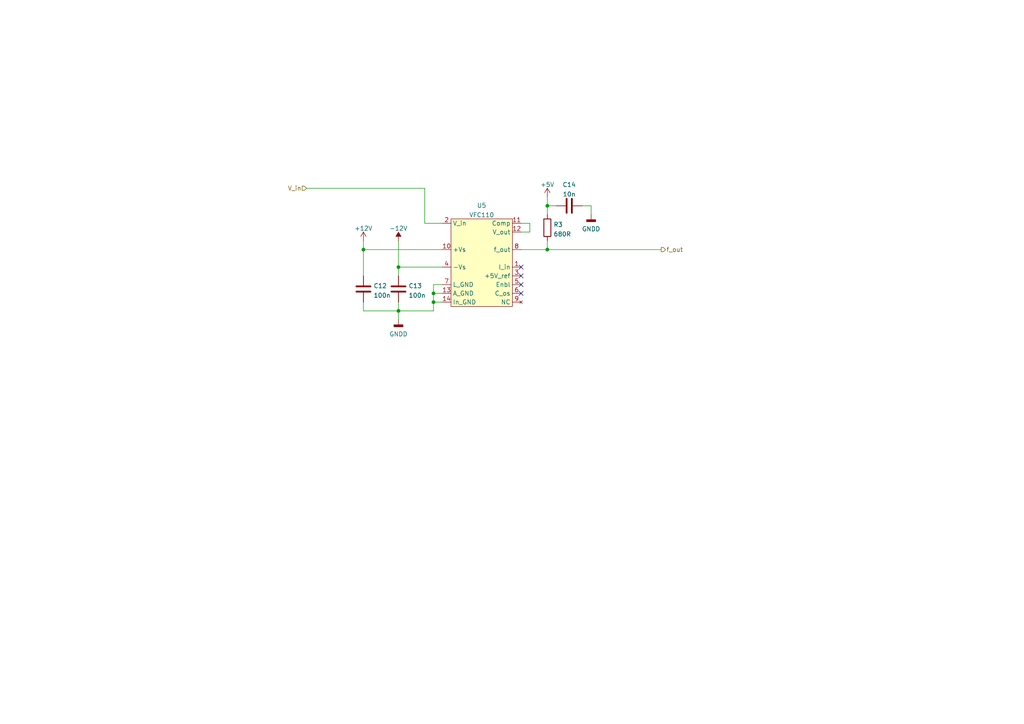
<source format=kicad_sch>
(kicad_sch (version 20211123) (generator eeschema)
  (paper "A4")
  (lib_symbols
    (symbol "Custom:VFC110"
      (property "Reference" "U" (at 0 13.97 0))
      (property "Value" "VFC110" (at 0 16.51 0))
      (symbol "VFC110_0_1"
        (rectangle (start -8.89 12.7) (end 8.89 -12.7) (stroke (width 0.1524)) (fill (type background)))
      )
      (symbol "VFC110_1_1"
        (pin input line (at 11.43 -1.27 180) (length 2.54) (name "I_in") (number "1"))
        (pin input line (at -11.43 3.81 0) (length 2.54) (name "+Vs") (number "10"))
        (pin input line (at 11.43 11.43 180) (length 2.54) (name "Comp") (number "11"))
        (pin output line (at 11.43 8.89 180) (length 2.54) (name "V_out") (number "12"))
        (pin input line (at -11.43 -8.89 0) (length 2.54) (name "A_GND") (number "13"))
        (pin input line (at -11.43 -11.43 0) (length 2.54) (name "In_GND") (number "14"))
        (pin input line (at -11.43 11.43 0) (length 2.54) (name "V_in") (number "2"))
        (pin output line (at 11.43 -3.81 180) (length 2.54) (name "+5V_ref") (number "3"))
        (pin input line (at -11.43 -1.27 0) (length 2.54) (name "-Vs") (number "4"))
        (pin input line (at 11.43 -6.35 180) (length 2.54) (name "Enbl") (number "5"))
        (pin input line (at 11.43 -8.89 180) (length 2.54) (name "C_os") (number "6"))
        (pin input line (at -11.43 -6.35 0) (length 2.54) (name "L_GND") (number "7"))
        (pin output line (at 11.43 3.81 180) (length 2.54) (name "f_out") (number "8"))
        (pin no_connect line (at 11.43 -11.43 180) (length 2.54) (name "NC") (number "9"))
      )
    )
    (symbol "Device:C" (pin_numbers hide) (pin_names (offset 0.254))
      (property "Reference" "C" (at 0.635 2.54 0))
      (property "Value" "C" (at 0.635 -2.54 0))
      (symbol "C_0_1"
        (polyline (pts (xy -2.032 -0.762) (xy 2.032 -0.762)) (stroke (width 0.508)))
        (polyline (pts (xy -2.032 0.762) (xy 2.032 0.762)) (stroke (width 0.508)))
      )
      (symbol "C_1_1"
        (pin passive line (at 0 3.81 270) (length 2.794) (name "~") (number "1"))
        (pin passive line (at 0 -3.81 90) (length 2.794) (name "~") (number "2"))
      )
    )
    (symbol "Device:R" (pin_numbers hide) (pin_names (offset 0))
      (property "Reference" "R" (at 2.032 0 90))
      (property "Value" "R" (at 0 0 90))
      (symbol "R_0_1"
        (rectangle (start -1.016 -2.54) (end 1.016 2.54) (stroke (width 0.254)))
      )
      (symbol "R_1_1"
        (pin passive line (at 0 3.81 270) (length 1.27) (name "~") (number "1"))
        (pin passive line (at 0 -3.81 90) (length 1.27) (name "~") (number "2"))
      )
    )
    (symbol "power:+12V" (power) (pin_names (offset 0))
      (property "Value" "+12V" (at 0 3.556 0))
      (symbol "+12V_0_1"
        (polyline (pts (xy -0.762 1.27) (xy 0 2.54)))
        (polyline (pts (xy 0 0) (xy 0 2.54)))
        (polyline (pts (xy 0 2.54) (xy 0.762 1.27)))
      )
      (symbol "+12V_1_1"
        (pin power_in line (at 0 0 90) (length 0) hide (name "+12V") (number "1"))
      )
    )
    (symbol "power:+5V" (power) (pin_names (offset 0))
      (property "Value" "+5V" (at 0 3.556 0))
      (symbol "+5V_0_1"
        (polyline (pts (xy -0.762 1.27) (xy 0 2.54)))
        (polyline (pts (xy 0 0) (xy 0 2.54)))
        (polyline (pts (xy 0 2.54) (xy 0.762 1.27)))
      )
      (symbol "+5V_1_1"
        (pin power_in line (at 0 0 90) (length 0) hide (name "+5V") (number "1"))
      )
    )
    (symbol "power:-12V" (power) (pin_names (offset 0))
      (property "Value" "-12V" (at 0 3.81 0))
      (symbol "-12V_0_0"
        (pin power_in line (at 0 0 90) (length 0) hide (name "-12V") (number "1"))
      )
      (symbol "-12V_0_1"
        (polyline (pts (xy 0 0) (xy 0 1.27) (xy 0.762 1.27) (xy 0 2.54) (xy -0.762 1.27) (xy 0 1.27)) (fill (type outline)))
      )
    )
    (symbol "power:GNDD" (power) (pin_names (offset 0))
      (property "Value" "GNDD" (at 0 -3.175 0))
      (symbol "GNDD_0_1"
        (rectangle (start -1.27 -1.524) (end 1.27 -2.032) (stroke (width 0.254)) (fill (type outline)))
        (polyline (pts (xy 0 0) (xy 0 -1.524)))
      )
      (symbol "GNDD_1_1"
        (pin power_in line (at 0 0 270) (length 0) hide (name "GNDD") (number "1"))
      )
    )
  )
  (junction (at 115.57 90.17))
  (junction (at 125.73 87.63))
  (junction (at 158.75 72.39))
  (junction (at 158.75 59.69))
  (junction (at 105.41 72.39))
  (junction (at 115.57 77.47))
  (junction (at 125.73 85.09))
  (no_connect (at 151.13 77.47))
  (no_connect (at 151.13 80.01))
  (no_connect (at 151.13 82.55))
  (no_connect (at 151.13 85.09))
  (wire (pts (xy 153.67 67.31) (xy 151.13 67.31)))
  (wire (pts (xy 158.75 59.69) (xy 161.29 59.69)))
  (wire (pts (xy 105.41 72.39) (xy 105.41 80.01)))
  (wire (pts (xy 115.57 90.17) (xy 115.57 92.71)))
  (wire (pts (xy 125.73 85.09) (xy 125.73 87.63)))
  (wire (pts (xy 115.57 69.85) (xy 115.57 77.47)))
  (wire (pts (xy 125.73 82.55) (xy 125.73 85.09)))
  (wire (pts (xy 171.45 59.69) (xy 171.45 62.23)))
  (wire (pts (xy 168.91 59.69) (xy 171.45 59.69)))
  (wire (pts (xy 105.41 69.85) (xy 105.41 72.39)))
  (wire (pts (xy 105.41 90.17) (xy 115.57 90.17)))
  (wire (pts (xy 158.75 59.69) (xy 158.75 62.23)))
  (wire (pts (xy 123.19 54.61) (xy 123.19 64.77)))
  (wire (pts (xy 125.73 87.63) (xy 125.73 90.17)))
  (wire (pts (xy 115.57 90.17) (xy 125.73 90.17)))
  (wire (pts (xy 115.57 77.47) (xy 128.27 77.47)))
  (wire (pts (xy 105.41 87.63) (xy 105.41 90.17)))
  (wire (pts (xy 151.13 72.39) (xy 158.75 72.39)))
  (wire (pts (xy 123.19 64.77) (xy 128.27 64.77)))
  (wire (pts (xy 158.75 72.39) (xy 191.77 72.39)))
  (wire (pts (xy 115.57 87.63) (xy 115.57 90.17)))
  (wire (pts (xy 151.13 64.77) (xy 153.67 64.77)))
  (wire (pts (xy 115.57 77.47) (xy 115.57 80.01)))
  (wire (pts (xy 128.27 82.55) (xy 125.73 82.55)))
  (wire (pts (xy 158.75 69.85) (xy 158.75 72.39)))
  (wire (pts (xy 158.75 57.15) (xy 158.75 59.69)))
  (wire (pts (xy 88.9 54.61) (xy 123.19 54.61)))
  (wire (pts (xy 105.41 72.39) (xy 128.27 72.39)))
  (wire (pts (xy 125.73 87.63) (xy 128.27 87.63)))
  (wire (pts (xy 153.67 64.77) (xy 153.67 67.31)))
  (wire (pts (xy 125.73 85.09) (xy 128.27 85.09)))
  (hierarchical_label "f_out" (shape output) (at 191.77 72.39 0))
  (hierarchical_label "V_in" (shape input) (at 88.9 54.61 180))
  (symbol (lib_id "Device:C") (at 165.1 59.69 90) (unit 1)
    (property "Reference" "C14" (at 165.1 53.5645 90))
    (property "Value" "10n" (at 165.1 56.3396 90))
    (property "Footprint" "Custom Footprints:C_Disc_P2.54mm" (effects hide))
  )
  (symbol (lib_id "power:GNDD") (at 171.45 62.23 0) (unit 1)
    (property "Reference" "#PWR035" (effects hide))
    (property "Value" "GNDD" (at 171.45 66.4115 0))
  )
  (symbol (lib_id "power:-12V") (at 115.57 69.85 0) (unit 1)
    (property "Reference" "#PWR032" (effects hide))
    (property "Value" "-12V" (at 115.57 66.2455 0))
  )
  (symbol (lib_id "power:GNDD") (at 115.57 92.71 0) (unit 1)
    (property "Reference" "#PWR033" (effects hide))
    (property "Value" "GNDD" (at 115.57 96.8915 0))
  )
  (symbol (lib_id "power:+5V") (at 158.75 57.15 0) (unit 1)
    (property "Reference" "#PWR034" (effects hide))
    (property "Value" "+5V" (at 158.75 53.5455 0))
  )
  (symbol (lib_id "Device:C") (at 115.57 83.82 180) (unit 1)
    (property "Reference" "C13" (at 118.491 82.9115 0) (effects (justify right)))
    (property "Value" "100n" (at 118.491 85.6866 0) (effects (justify right)))
    (property "Footprint" "Custom Footprints:C_Disc_P2.54mm" (effects hide))
  )
  (symbol (lib_id "power:+12V") (at 105.41 69.85 0) (unit 1)
    (property "Reference" "#PWR031" (effects hide))
    (property "Value" "+12V" (at 105.41 66.2455 0))
  )
  (symbol (lib_id "Custom:VFC110") (at 139.7 76.2 0) (unit 1)
    (property "Reference" "U5" (at 139.7 59.5843 0))
    (property "Value" "VFC110" (at 139.7 62.3594 0))
    (property "Footprint" "Custom Footprints:DIP-14_central_caps" (effects hide))
  )
  (symbol (lib_id "Device:C") (at 105.41 83.82 180) (unit 1)
    (property "Reference" "C12" (at 108.331 82.9115 0) (effects (justify right)))
    (property "Value" "100n" (at 108.331 85.6866 0) (effects (justify right)))
    (property "Footprint" "Custom Footprints:C_Disc_P2.54mm" (effects hide))
  )
  (symbol (lib_id "Device:R") (at 158.75 66.04 0) (unit 1)
    (property "Reference" "R3" (at 160.528 65.1315 0) (effects (justify left)))
    (property "Value" "680R" (at 160.528 67.9066 0) (effects (justify left)))
    (property "Footprint" "Resistor_THT:R_Axial_DIN0207_L6.3mm_D2.5mm_P2.54mm_Vertical" (effects hide))
  )
)
</source>
